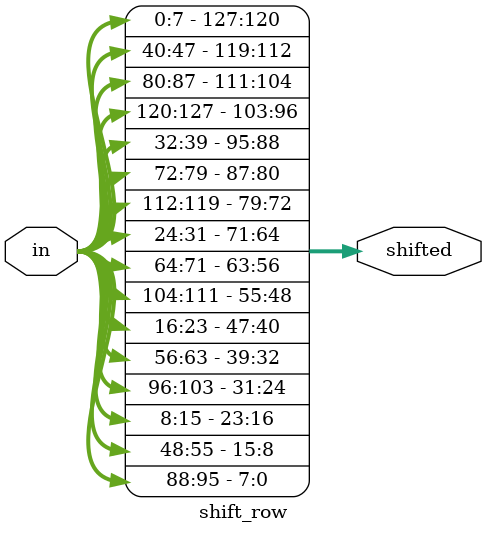
<source format=v>
`timescale 1ns / 1ps
module shift_row (in, shifted);
	input [0:127] in;
	output [0:127] shifted;
	
	// First row (r = 0) is not shifted
	assign shifted[0+:8] = in[0+:8];
	assign shifted[32+:8] = in[32+:8];
	assign shifted[64+:8] = in[64+:8];
   assign shifted[96+:8] = in[96+:8];
	
	// Second row (r = 1) is cyclically left shifted by 1 offset
   assign shifted[8+:8] = in[40+:8];
   assign shifted[40+:8] = in[72+:8];
   assign shifted[72+:8] = in[104+:8];
   assign shifted[104+:8] = in[8+:8];
	
	// Third row (r = 2) is cyclically left shifted by 2 offsets
   assign shifted[16+:8] = in[80+:8];
   assign shifted[48+:8] = in[112+:8];
   assign shifted[80+:8] = in[16+:8];
   assign shifted[112+:8] = in[48+:8];
	
	// Fourth row (r = 3) is cyclically left shifted by 3 offsets
   assign shifted[24+:8] = in[120+:8];
   assign shifted[56+:8] = in[24+:8];
   assign shifted[88+:8] = in[56+:8];
   assign shifted[120+:8] = in[88+:8];

endmodule
</source>
